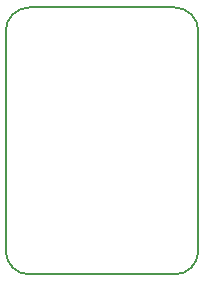
<source format=gbr>
G04 #@! TF.GenerationSoftware,KiCad,Pcbnew,5.1.6-c6e7f7d~86~ubuntu20.04.1*
G04 #@! TF.CreationDate,2020-05-17T01:16:21+03:00*
G04 #@! TF.ProjectId,BRK-VSSOP-8-2.4x2.1-P0.5,42524b2d-5653-4534-9f50-2d382d322e34,v1.1*
G04 #@! TF.SameCoordinates,Original*
G04 #@! TF.FileFunction,Legend,Bot*
G04 #@! TF.FilePolarity,Positive*
%FSLAX46Y46*%
G04 Gerber Fmt 4.6, Leading zero omitted, Abs format (unit mm)*
G04 Created by KiCad (PCBNEW 5.1.6-c6e7f7d~86~ubuntu20.04.1) date 2020-05-17 01:16:21*
%MOMM*%
%LPD*%
G01*
G04 APERTURE LIST*
G04 #@! TA.AperFunction,Profile*
%ADD10C,0.150000*%
G04 #@! TD*
G04 APERTURE END LIST*
D10*
X53000000Y-70600000D02*
G75*
G02*
X51000000Y-68600000I0J2000000D01*
G01*
X67300000Y-68600000D02*
G75*
G02*
X65300000Y-70600000I-2000000J0D01*
G01*
X65300000Y-48000000D02*
G75*
G02*
X67300000Y-50000000I0J-2000000D01*
G01*
X51000000Y-50000000D02*
G75*
G02*
X53000000Y-48000000I2000000J0D01*
G01*
X65300000Y-70600000D02*
X53000000Y-70600000D01*
X67300000Y-50000000D02*
X67300000Y-68600000D01*
X53000000Y-48000000D02*
X65300000Y-48000000D01*
X51000000Y-68600000D02*
X51000000Y-50000000D01*
M02*

</source>
